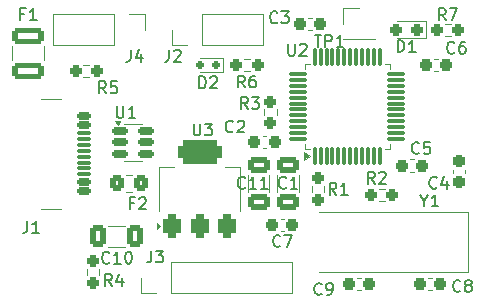
<source format=gto>
G04 #@! TF.GenerationSoftware,KiCad,Pcbnew,8.0.3-8.0.3-0~ubuntu22.04.1*
G04 #@! TF.CreationDate,2025-02-10T22:12:32+01:00*
G04 #@! TF.ProjectId,garland_controller,6761726c-616e-4645-9f63-6f6e74726f6c,0.1*
G04 #@! TF.SameCoordinates,Original*
G04 #@! TF.FileFunction,Legend,Top*
G04 #@! TF.FilePolarity,Positive*
%FSLAX46Y46*%
G04 Gerber Fmt 4.6, Leading zero omitted, Abs format (unit mm)*
G04 Created by KiCad (PCBNEW 8.0.3-8.0.3-0~ubuntu22.04.1) date 2025-02-10 22:12:32*
%MOMM*%
%LPD*%
G01*
G04 APERTURE LIST*
G04 Aperture macros list*
%AMRoundRect*
0 Rectangle with rounded corners*
0 $1 Rounding radius*
0 $2 $3 $4 $5 $6 $7 $8 $9 X,Y pos of 4 corners*
0 Add a 4 corners polygon primitive as box body*
4,1,4,$2,$3,$4,$5,$6,$7,$8,$9,$2,$3,0*
0 Add four circle primitives for the rounded corners*
1,1,$1+$1,$2,$3*
1,1,$1+$1,$4,$5*
1,1,$1+$1,$6,$7*
1,1,$1+$1,$8,$9*
0 Add four rect primitives between the rounded corners*
20,1,$1+$1,$2,$3,$4,$5,0*
20,1,$1+$1,$4,$5,$6,$7,0*
20,1,$1+$1,$6,$7,$8,$9,0*
20,1,$1+$1,$8,$9,$2,$3,0*%
G04 Aperture macros list end*
%ADD10C,0.150000*%
%ADD11C,0.120000*%
%ADD12RoundRect,0.237500X0.237500X-0.250000X0.237500X0.250000X-0.237500X0.250000X-0.237500X-0.250000X0*%
%ADD13R,1.700000X1.700000*%
%ADD14O,1.700000X1.700000*%
%ADD15RoundRect,0.237500X0.287500X0.237500X-0.287500X0.237500X-0.287500X-0.237500X0.287500X-0.237500X0*%
%ADD16RoundRect,0.237500X-0.300000X-0.237500X0.300000X-0.237500X0.300000X0.237500X-0.300000X0.237500X0*%
%ADD17RoundRect,0.250000X-0.650000X0.412500X-0.650000X-0.412500X0.650000X-0.412500X0.650000X0.412500X0*%
%ADD18C,2.100000*%
%ADD19RoundRect,0.250001X1.074999X-0.462499X1.074999X0.462499X-1.074999X0.462499X-1.074999X-0.462499X0*%
%ADD20RoundRect,0.237500X0.250000X0.237500X-0.250000X0.237500X-0.250000X-0.237500X0.250000X-0.237500X0*%
%ADD21RoundRect,0.237500X0.300000X0.237500X-0.300000X0.237500X-0.300000X-0.237500X0.300000X-0.237500X0*%
%ADD22RoundRect,0.150000X-0.512500X-0.150000X0.512500X-0.150000X0.512500X0.150000X-0.512500X0.150000X0*%
%ADD23RoundRect,0.237500X-0.250000X-0.237500X0.250000X-0.237500X0.250000X0.237500X-0.250000X0.237500X0*%
%ADD24RoundRect,0.237500X-0.237500X0.250000X-0.237500X-0.250000X0.237500X-0.250000X0.237500X0.250000X0*%
%ADD25RoundRect,0.375000X0.375000X-0.625000X0.375000X0.625000X-0.375000X0.625000X-0.375000X-0.625000X0*%
%ADD26RoundRect,0.500000X1.400000X-0.500000X1.400000X0.500000X-1.400000X0.500000X-1.400000X-0.500000X0*%
%ADD27RoundRect,0.237500X0.237500X-0.300000X0.237500X0.300000X-0.237500X0.300000X-0.237500X-0.300000X0*%
%ADD28RoundRect,0.075000X0.075000X-0.662500X0.075000X0.662500X-0.075000X0.662500X-0.075000X-0.662500X0*%
%ADD29RoundRect,0.075000X0.662500X-0.075000X0.662500X0.075000X-0.662500X0.075000X-0.662500X-0.075000X0*%
%ADD30RoundRect,0.250000X0.412500X0.650000X-0.412500X0.650000X-0.412500X-0.650000X0.412500X-0.650000X0*%
%ADD31C,0.650000*%
%ADD32RoundRect,0.150000X-0.425000X0.150000X-0.425000X-0.150000X0.425000X-0.150000X0.425000X0.150000X0*%
%ADD33RoundRect,0.075000X-0.500000X0.075000X-0.500000X-0.075000X0.500000X-0.075000X0.500000X0.075000X0*%
%ADD34O,2.100000X1.000000*%
%ADD35O,1.800000X1.000000*%
%ADD36R,4.500000X2.000000*%
%ADD37RoundRect,0.250000X-0.325000X-0.450000X0.325000X-0.450000X0.325000X0.450000X-0.325000X0.450000X0*%
%ADD38RoundRect,0.150000X-0.150000X-0.200000X0.150000X-0.200000X0.150000X0.200000X-0.150000X0.200000X0*%
G04 APERTURE END LIST*
D10*
X120583333Y-63704819D02*
X120250000Y-63228628D01*
X120011905Y-63704819D02*
X120011905Y-62704819D01*
X120011905Y-62704819D02*
X120392857Y-62704819D01*
X120392857Y-62704819D02*
X120488095Y-62752438D01*
X120488095Y-62752438D02*
X120535714Y-62800057D01*
X120535714Y-62800057D02*
X120583333Y-62895295D01*
X120583333Y-62895295D02*
X120583333Y-63038152D01*
X120583333Y-63038152D02*
X120535714Y-63133390D01*
X120535714Y-63133390D02*
X120488095Y-63181009D01*
X120488095Y-63181009D02*
X120392857Y-63228628D01*
X120392857Y-63228628D02*
X120011905Y-63228628D01*
X120916667Y-62704819D02*
X121535714Y-62704819D01*
X121535714Y-62704819D02*
X121202381Y-63085771D01*
X121202381Y-63085771D02*
X121345238Y-63085771D01*
X121345238Y-63085771D02*
X121440476Y-63133390D01*
X121440476Y-63133390D02*
X121488095Y-63181009D01*
X121488095Y-63181009D02*
X121535714Y-63276247D01*
X121535714Y-63276247D02*
X121535714Y-63514342D01*
X121535714Y-63514342D02*
X121488095Y-63609580D01*
X121488095Y-63609580D02*
X121440476Y-63657200D01*
X121440476Y-63657200D02*
X121345238Y-63704819D01*
X121345238Y-63704819D02*
X121059524Y-63704819D01*
X121059524Y-63704819D02*
X120964286Y-63657200D01*
X120964286Y-63657200D02*
X120916667Y-63609580D01*
X110666666Y-58704819D02*
X110666666Y-59419104D01*
X110666666Y-59419104D02*
X110619047Y-59561961D01*
X110619047Y-59561961D02*
X110523809Y-59657200D01*
X110523809Y-59657200D02*
X110380952Y-59704819D01*
X110380952Y-59704819D02*
X110285714Y-59704819D01*
X111571428Y-59038152D02*
X111571428Y-59704819D01*
X111333333Y-58657200D02*
X111095238Y-59371485D01*
X111095238Y-59371485D02*
X111714285Y-59371485D01*
X112416666Y-75704819D02*
X112416666Y-76419104D01*
X112416666Y-76419104D02*
X112369047Y-76561961D01*
X112369047Y-76561961D02*
X112273809Y-76657200D01*
X112273809Y-76657200D02*
X112130952Y-76704819D01*
X112130952Y-76704819D02*
X112035714Y-76704819D01*
X112797619Y-75704819D02*
X113416666Y-75704819D01*
X113416666Y-75704819D02*
X113083333Y-76085771D01*
X113083333Y-76085771D02*
X113226190Y-76085771D01*
X113226190Y-76085771D02*
X113321428Y-76133390D01*
X113321428Y-76133390D02*
X113369047Y-76181009D01*
X113369047Y-76181009D02*
X113416666Y-76276247D01*
X113416666Y-76276247D02*
X113416666Y-76514342D01*
X113416666Y-76514342D02*
X113369047Y-76609580D01*
X113369047Y-76609580D02*
X113321428Y-76657200D01*
X113321428Y-76657200D02*
X113226190Y-76704819D01*
X113226190Y-76704819D02*
X112940476Y-76704819D01*
X112940476Y-76704819D02*
X112845238Y-76657200D01*
X112845238Y-76657200D02*
X112797619Y-76609580D01*
X113916666Y-58704819D02*
X113916666Y-59419104D01*
X113916666Y-59419104D02*
X113869047Y-59561961D01*
X113869047Y-59561961D02*
X113773809Y-59657200D01*
X113773809Y-59657200D02*
X113630952Y-59704819D01*
X113630952Y-59704819D02*
X113535714Y-59704819D01*
X114345238Y-58800057D02*
X114392857Y-58752438D01*
X114392857Y-58752438D02*
X114488095Y-58704819D01*
X114488095Y-58704819D02*
X114726190Y-58704819D01*
X114726190Y-58704819D02*
X114821428Y-58752438D01*
X114821428Y-58752438D02*
X114869047Y-58800057D01*
X114869047Y-58800057D02*
X114916666Y-58895295D01*
X114916666Y-58895295D02*
X114916666Y-58990533D01*
X114916666Y-58990533D02*
X114869047Y-59133390D01*
X114869047Y-59133390D02*
X114297619Y-59704819D01*
X114297619Y-59704819D02*
X114916666Y-59704819D01*
X133261905Y-58884819D02*
X133261905Y-57884819D01*
X133261905Y-57884819D02*
X133500000Y-57884819D01*
X133500000Y-57884819D02*
X133642857Y-57932438D01*
X133642857Y-57932438D02*
X133738095Y-58027676D01*
X133738095Y-58027676D02*
X133785714Y-58122914D01*
X133785714Y-58122914D02*
X133833333Y-58313390D01*
X133833333Y-58313390D02*
X133833333Y-58456247D01*
X133833333Y-58456247D02*
X133785714Y-58646723D01*
X133785714Y-58646723D02*
X133738095Y-58741961D01*
X133738095Y-58741961D02*
X133642857Y-58837200D01*
X133642857Y-58837200D02*
X133500000Y-58884819D01*
X133500000Y-58884819D02*
X133261905Y-58884819D01*
X134785714Y-58884819D02*
X134214286Y-58884819D01*
X134500000Y-58884819D02*
X134500000Y-57884819D01*
X134500000Y-57884819D02*
X134404762Y-58027676D01*
X134404762Y-58027676D02*
X134309524Y-58122914D01*
X134309524Y-58122914D02*
X134214286Y-58170533D01*
X123083333Y-56359580D02*
X123035714Y-56407200D01*
X123035714Y-56407200D02*
X122892857Y-56454819D01*
X122892857Y-56454819D02*
X122797619Y-56454819D01*
X122797619Y-56454819D02*
X122654762Y-56407200D01*
X122654762Y-56407200D02*
X122559524Y-56311961D01*
X122559524Y-56311961D02*
X122511905Y-56216723D01*
X122511905Y-56216723D02*
X122464286Y-56026247D01*
X122464286Y-56026247D02*
X122464286Y-55883390D01*
X122464286Y-55883390D02*
X122511905Y-55692914D01*
X122511905Y-55692914D02*
X122559524Y-55597676D01*
X122559524Y-55597676D02*
X122654762Y-55502438D01*
X122654762Y-55502438D02*
X122797619Y-55454819D01*
X122797619Y-55454819D02*
X122892857Y-55454819D01*
X122892857Y-55454819D02*
X123035714Y-55502438D01*
X123035714Y-55502438D02*
X123083333Y-55550057D01*
X123416667Y-55454819D02*
X124035714Y-55454819D01*
X124035714Y-55454819D02*
X123702381Y-55835771D01*
X123702381Y-55835771D02*
X123845238Y-55835771D01*
X123845238Y-55835771D02*
X123940476Y-55883390D01*
X123940476Y-55883390D02*
X123988095Y-55931009D01*
X123988095Y-55931009D02*
X124035714Y-56026247D01*
X124035714Y-56026247D02*
X124035714Y-56264342D01*
X124035714Y-56264342D02*
X123988095Y-56359580D01*
X123988095Y-56359580D02*
X123940476Y-56407200D01*
X123940476Y-56407200D02*
X123845238Y-56454819D01*
X123845238Y-56454819D02*
X123559524Y-56454819D01*
X123559524Y-56454819D02*
X123464286Y-56407200D01*
X123464286Y-56407200D02*
X123416667Y-56359580D01*
X123833333Y-70359580D02*
X123785714Y-70407200D01*
X123785714Y-70407200D02*
X123642857Y-70454819D01*
X123642857Y-70454819D02*
X123547619Y-70454819D01*
X123547619Y-70454819D02*
X123404762Y-70407200D01*
X123404762Y-70407200D02*
X123309524Y-70311961D01*
X123309524Y-70311961D02*
X123261905Y-70216723D01*
X123261905Y-70216723D02*
X123214286Y-70026247D01*
X123214286Y-70026247D02*
X123214286Y-69883390D01*
X123214286Y-69883390D02*
X123261905Y-69692914D01*
X123261905Y-69692914D02*
X123309524Y-69597676D01*
X123309524Y-69597676D02*
X123404762Y-69502438D01*
X123404762Y-69502438D02*
X123547619Y-69454819D01*
X123547619Y-69454819D02*
X123642857Y-69454819D01*
X123642857Y-69454819D02*
X123785714Y-69502438D01*
X123785714Y-69502438D02*
X123833333Y-69550057D01*
X124785714Y-70454819D02*
X124214286Y-70454819D01*
X124500000Y-70454819D02*
X124500000Y-69454819D01*
X124500000Y-69454819D02*
X124404762Y-69597676D01*
X124404762Y-69597676D02*
X124309524Y-69692914D01*
X124309524Y-69692914D02*
X124214286Y-69740533D01*
X101666666Y-55681009D02*
X101333333Y-55681009D01*
X101333333Y-56204819D02*
X101333333Y-55204819D01*
X101333333Y-55204819D02*
X101809523Y-55204819D01*
X102714285Y-56204819D02*
X102142857Y-56204819D01*
X102428571Y-56204819D02*
X102428571Y-55204819D01*
X102428571Y-55204819D02*
X102333333Y-55347676D01*
X102333333Y-55347676D02*
X102238095Y-55442914D01*
X102238095Y-55442914D02*
X102142857Y-55490533D01*
X108583333Y-62384819D02*
X108250000Y-61908628D01*
X108011905Y-62384819D02*
X108011905Y-61384819D01*
X108011905Y-61384819D02*
X108392857Y-61384819D01*
X108392857Y-61384819D02*
X108488095Y-61432438D01*
X108488095Y-61432438D02*
X108535714Y-61480057D01*
X108535714Y-61480057D02*
X108583333Y-61575295D01*
X108583333Y-61575295D02*
X108583333Y-61718152D01*
X108583333Y-61718152D02*
X108535714Y-61813390D01*
X108535714Y-61813390D02*
X108488095Y-61861009D01*
X108488095Y-61861009D02*
X108392857Y-61908628D01*
X108392857Y-61908628D02*
X108011905Y-61908628D01*
X109488095Y-61384819D02*
X109011905Y-61384819D01*
X109011905Y-61384819D02*
X108964286Y-61861009D01*
X108964286Y-61861009D02*
X109011905Y-61813390D01*
X109011905Y-61813390D02*
X109107143Y-61765771D01*
X109107143Y-61765771D02*
X109345238Y-61765771D01*
X109345238Y-61765771D02*
X109440476Y-61813390D01*
X109440476Y-61813390D02*
X109488095Y-61861009D01*
X109488095Y-61861009D02*
X109535714Y-61956247D01*
X109535714Y-61956247D02*
X109535714Y-62194342D01*
X109535714Y-62194342D02*
X109488095Y-62289580D01*
X109488095Y-62289580D02*
X109440476Y-62337200D01*
X109440476Y-62337200D02*
X109345238Y-62384819D01*
X109345238Y-62384819D02*
X109107143Y-62384819D01*
X109107143Y-62384819D02*
X109011905Y-62337200D01*
X109011905Y-62337200D02*
X108964286Y-62289580D01*
X138583333Y-79109580D02*
X138535714Y-79157200D01*
X138535714Y-79157200D02*
X138392857Y-79204819D01*
X138392857Y-79204819D02*
X138297619Y-79204819D01*
X138297619Y-79204819D02*
X138154762Y-79157200D01*
X138154762Y-79157200D02*
X138059524Y-79061961D01*
X138059524Y-79061961D02*
X138011905Y-78966723D01*
X138011905Y-78966723D02*
X137964286Y-78776247D01*
X137964286Y-78776247D02*
X137964286Y-78633390D01*
X137964286Y-78633390D02*
X138011905Y-78442914D01*
X138011905Y-78442914D02*
X138059524Y-78347676D01*
X138059524Y-78347676D02*
X138154762Y-78252438D01*
X138154762Y-78252438D02*
X138297619Y-78204819D01*
X138297619Y-78204819D02*
X138392857Y-78204819D01*
X138392857Y-78204819D02*
X138535714Y-78252438D01*
X138535714Y-78252438D02*
X138583333Y-78300057D01*
X139154762Y-78633390D02*
X139059524Y-78585771D01*
X139059524Y-78585771D02*
X139011905Y-78538152D01*
X139011905Y-78538152D02*
X138964286Y-78442914D01*
X138964286Y-78442914D02*
X138964286Y-78395295D01*
X138964286Y-78395295D02*
X139011905Y-78300057D01*
X139011905Y-78300057D02*
X139059524Y-78252438D01*
X139059524Y-78252438D02*
X139154762Y-78204819D01*
X139154762Y-78204819D02*
X139345238Y-78204819D01*
X139345238Y-78204819D02*
X139440476Y-78252438D01*
X139440476Y-78252438D02*
X139488095Y-78300057D01*
X139488095Y-78300057D02*
X139535714Y-78395295D01*
X139535714Y-78395295D02*
X139535714Y-78442914D01*
X139535714Y-78442914D02*
X139488095Y-78538152D01*
X139488095Y-78538152D02*
X139440476Y-78585771D01*
X139440476Y-78585771D02*
X139345238Y-78633390D01*
X139345238Y-78633390D02*
X139154762Y-78633390D01*
X139154762Y-78633390D02*
X139059524Y-78681009D01*
X139059524Y-78681009D02*
X139011905Y-78728628D01*
X139011905Y-78728628D02*
X138964286Y-78823866D01*
X138964286Y-78823866D02*
X138964286Y-79014342D01*
X138964286Y-79014342D02*
X139011905Y-79109580D01*
X139011905Y-79109580D02*
X139059524Y-79157200D01*
X139059524Y-79157200D02*
X139154762Y-79204819D01*
X139154762Y-79204819D02*
X139345238Y-79204819D01*
X139345238Y-79204819D02*
X139440476Y-79157200D01*
X139440476Y-79157200D02*
X139488095Y-79109580D01*
X139488095Y-79109580D02*
X139535714Y-79014342D01*
X139535714Y-79014342D02*
X139535714Y-78823866D01*
X139535714Y-78823866D02*
X139488095Y-78728628D01*
X139488095Y-78728628D02*
X139440476Y-78681009D01*
X139440476Y-78681009D02*
X139345238Y-78633390D01*
X109488095Y-63454819D02*
X109488095Y-64264342D01*
X109488095Y-64264342D02*
X109535714Y-64359580D01*
X109535714Y-64359580D02*
X109583333Y-64407200D01*
X109583333Y-64407200D02*
X109678571Y-64454819D01*
X109678571Y-64454819D02*
X109869047Y-64454819D01*
X109869047Y-64454819D02*
X109964285Y-64407200D01*
X109964285Y-64407200D02*
X110011904Y-64359580D01*
X110011904Y-64359580D02*
X110059523Y-64264342D01*
X110059523Y-64264342D02*
X110059523Y-63454819D01*
X111059523Y-64454819D02*
X110488095Y-64454819D01*
X110773809Y-64454819D02*
X110773809Y-63454819D01*
X110773809Y-63454819D02*
X110678571Y-63597676D01*
X110678571Y-63597676D02*
X110583333Y-63692914D01*
X110583333Y-63692914D02*
X110488095Y-63740533D01*
X131333333Y-70024819D02*
X131000000Y-69548628D01*
X130761905Y-70024819D02*
X130761905Y-69024819D01*
X130761905Y-69024819D02*
X131142857Y-69024819D01*
X131142857Y-69024819D02*
X131238095Y-69072438D01*
X131238095Y-69072438D02*
X131285714Y-69120057D01*
X131285714Y-69120057D02*
X131333333Y-69215295D01*
X131333333Y-69215295D02*
X131333333Y-69358152D01*
X131333333Y-69358152D02*
X131285714Y-69453390D01*
X131285714Y-69453390D02*
X131238095Y-69501009D01*
X131238095Y-69501009D02*
X131142857Y-69548628D01*
X131142857Y-69548628D02*
X130761905Y-69548628D01*
X131714286Y-69120057D02*
X131761905Y-69072438D01*
X131761905Y-69072438D02*
X131857143Y-69024819D01*
X131857143Y-69024819D02*
X132095238Y-69024819D01*
X132095238Y-69024819D02*
X132190476Y-69072438D01*
X132190476Y-69072438D02*
X132238095Y-69120057D01*
X132238095Y-69120057D02*
X132285714Y-69215295D01*
X132285714Y-69215295D02*
X132285714Y-69310533D01*
X132285714Y-69310533D02*
X132238095Y-69453390D01*
X132238095Y-69453390D02*
X131666667Y-70024819D01*
X131666667Y-70024819D02*
X132285714Y-70024819D01*
X128083333Y-70954819D02*
X127750000Y-70478628D01*
X127511905Y-70954819D02*
X127511905Y-69954819D01*
X127511905Y-69954819D02*
X127892857Y-69954819D01*
X127892857Y-69954819D02*
X127988095Y-70002438D01*
X127988095Y-70002438D02*
X128035714Y-70050057D01*
X128035714Y-70050057D02*
X128083333Y-70145295D01*
X128083333Y-70145295D02*
X128083333Y-70288152D01*
X128083333Y-70288152D02*
X128035714Y-70383390D01*
X128035714Y-70383390D02*
X127988095Y-70431009D01*
X127988095Y-70431009D02*
X127892857Y-70478628D01*
X127892857Y-70478628D02*
X127511905Y-70478628D01*
X129035714Y-70954819D02*
X128464286Y-70954819D01*
X128750000Y-70954819D02*
X128750000Y-69954819D01*
X128750000Y-69954819D02*
X128654762Y-70097676D01*
X128654762Y-70097676D02*
X128559524Y-70192914D01*
X128559524Y-70192914D02*
X128464286Y-70240533D01*
X126833333Y-79359580D02*
X126785714Y-79407200D01*
X126785714Y-79407200D02*
X126642857Y-79454819D01*
X126642857Y-79454819D02*
X126547619Y-79454819D01*
X126547619Y-79454819D02*
X126404762Y-79407200D01*
X126404762Y-79407200D02*
X126309524Y-79311961D01*
X126309524Y-79311961D02*
X126261905Y-79216723D01*
X126261905Y-79216723D02*
X126214286Y-79026247D01*
X126214286Y-79026247D02*
X126214286Y-78883390D01*
X126214286Y-78883390D02*
X126261905Y-78692914D01*
X126261905Y-78692914D02*
X126309524Y-78597676D01*
X126309524Y-78597676D02*
X126404762Y-78502438D01*
X126404762Y-78502438D02*
X126547619Y-78454819D01*
X126547619Y-78454819D02*
X126642857Y-78454819D01*
X126642857Y-78454819D02*
X126785714Y-78502438D01*
X126785714Y-78502438D02*
X126833333Y-78550057D01*
X127309524Y-79454819D02*
X127500000Y-79454819D01*
X127500000Y-79454819D02*
X127595238Y-79407200D01*
X127595238Y-79407200D02*
X127642857Y-79359580D01*
X127642857Y-79359580D02*
X127738095Y-79216723D01*
X127738095Y-79216723D02*
X127785714Y-79026247D01*
X127785714Y-79026247D02*
X127785714Y-78645295D01*
X127785714Y-78645295D02*
X127738095Y-78550057D01*
X127738095Y-78550057D02*
X127690476Y-78502438D01*
X127690476Y-78502438D02*
X127595238Y-78454819D01*
X127595238Y-78454819D02*
X127404762Y-78454819D01*
X127404762Y-78454819D02*
X127309524Y-78502438D01*
X127309524Y-78502438D02*
X127261905Y-78550057D01*
X127261905Y-78550057D02*
X127214286Y-78645295D01*
X127214286Y-78645295D02*
X127214286Y-78883390D01*
X127214286Y-78883390D02*
X127261905Y-78978628D01*
X127261905Y-78978628D02*
X127309524Y-79026247D01*
X127309524Y-79026247D02*
X127404762Y-79073866D01*
X127404762Y-79073866D02*
X127595238Y-79073866D01*
X127595238Y-79073866D02*
X127690476Y-79026247D01*
X127690476Y-79026247D02*
X127738095Y-78978628D01*
X127738095Y-78978628D02*
X127785714Y-78883390D01*
X119333333Y-65609580D02*
X119285714Y-65657200D01*
X119285714Y-65657200D02*
X119142857Y-65704819D01*
X119142857Y-65704819D02*
X119047619Y-65704819D01*
X119047619Y-65704819D02*
X118904762Y-65657200D01*
X118904762Y-65657200D02*
X118809524Y-65561961D01*
X118809524Y-65561961D02*
X118761905Y-65466723D01*
X118761905Y-65466723D02*
X118714286Y-65276247D01*
X118714286Y-65276247D02*
X118714286Y-65133390D01*
X118714286Y-65133390D02*
X118761905Y-64942914D01*
X118761905Y-64942914D02*
X118809524Y-64847676D01*
X118809524Y-64847676D02*
X118904762Y-64752438D01*
X118904762Y-64752438D02*
X119047619Y-64704819D01*
X119047619Y-64704819D02*
X119142857Y-64704819D01*
X119142857Y-64704819D02*
X119285714Y-64752438D01*
X119285714Y-64752438D02*
X119333333Y-64800057D01*
X119714286Y-64800057D02*
X119761905Y-64752438D01*
X119761905Y-64752438D02*
X119857143Y-64704819D01*
X119857143Y-64704819D02*
X120095238Y-64704819D01*
X120095238Y-64704819D02*
X120190476Y-64752438D01*
X120190476Y-64752438D02*
X120238095Y-64800057D01*
X120238095Y-64800057D02*
X120285714Y-64895295D01*
X120285714Y-64895295D02*
X120285714Y-64990533D01*
X120285714Y-64990533D02*
X120238095Y-65133390D01*
X120238095Y-65133390D02*
X119666667Y-65704819D01*
X119666667Y-65704819D02*
X120285714Y-65704819D01*
X123333333Y-75289580D02*
X123285714Y-75337200D01*
X123285714Y-75337200D02*
X123142857Y-75384819D01*
X123142857Y-75384819D02*
X123047619Y-75384819D01*
X123047619Y-75384819D02*
X122904762Y-75337200D01*
X122904762Y-75337200D02*
X122809524Y-75241961D01*
X122809524Y-75241961D02*
X122761905Y-75146723D01*
X122761905Y-75146723D02*
X122714286Y-74956247D01*
X122714286Y-74956247D02*
X122714286Y-74813390D01*
X122714286Y-74813390D02*
X122761905Y-74622914D01*
X122761905Y-74622914D02*
X122809524Y-74527676D01*
X122809524Y-74527676D02*
X122904762Y-74432438D01*
X122904762Y-74432438D02*
X123047619Y-74384819D01*
X123047619Y-74384819D02*
X123142857Y-74384819D01*
X123142857Y-74384819D02*
X123285714Y-74432438D01*
X123285714Y-74432438D02*
X123333333Y-74480057D01*
X123666667Y-74384819D02*
X124333333Y-74384819D01*
X124333333Y-74384819D02*
X123904762Y-75384819D01*
X138083333Y-58929580D02*
X138035714Y-58977200D01*
X138035714Y-58977200D02*
X137892857Y-59024819D01*
X137892857Y-59024819D02*
X137797619Y-59024819D01*
X137797619Y-59024819D02*
X137654762Y-58977200D01*
X137654762Y-58977200D02*
X137559524Y-58881961D01*
X137559524Y-58881961D02*
X137511905Y-58786723D01*
X137511905Y-58786723D02*
X137464286Y-58596247D01*
X137464286Y-58596247D02*
X137464286Y-58453390D01*
X137464286Y-58453390D02*
X137511905Y-58262914D01*
X137511905Y-58262914D02*
X137559524Y-58167676D01*
X137559524Y-58167676D02*
X137654762Y-58072438D01*
X137654762Y-58072438D02*
X137797619Y-58024819D01*
X137797619Y-58024819D02*
X137892857Y-58024819D01*
X137892857Y-58024819D02*
X138035714Y-58072438D01*
X138035714Y-58072438D02*
X138083333Y-58120057D01*
X138940476Y-58024819D02*
X138750000Y-58024819D01*
X138750000Y-58024819D02*
X138654762Y-58072438D01*
X138654762Y-58072438D02*
X138607143Y-58120057D01*
X138607143Y-58120057D02*
X138511905Y-58262914D01*
X138511905Y-58262914D02*
X138464286Y-58453390D01*
X138464286Y-58453390D02*
X138464286Y-58834342D01*
X138464286Y-58834342D02*
X138511905Y-58929580D01*
X138511905Y-58929580D02*
X138559524Y-58977200D01*
X138559524Y-58977200D02*
X138654762Y-59024819D01*
X138654762Y-59024819D02*
X138845238Y-59024819D01*
X138845238Y-59024819D02*
X138940476Y-58977200D01*
X138940476Y-58977200D02*
X138988095Y-58929580D01*
X138988095Y-58929580D02*
X139035714Y-58834342D01*
X139035714Y-58834342D02*
X139035714Y-58596247D01*
X139035714Y-58596247D02*
X138988095Y-58501009D01*
X138988095Y-58501009D02*
X138940476Y-58453390D01*
X138940476Y-58453390D02*
X138845238Y-58405771D01*
X138845238Y-58405771D02*
X138654762Y-58405771D01*
X138654762Y-58405771D02*
X138559524Y-58453390D01*
X138559524Y-58453390D02*
X138511905Y-58501009D01*
X138511905Y-58501009D02*
X138464286Y-58596247D01*
X109083333Y-78704819D02*
X108750000Y-78228628D01*
X108511905Y-78704819D02*
X108511905Y-77704819D01*
X108511905Y-77704819D02*
X108892857Y-77704819D01*
X108892857Y-77704819D02*
X108988095Y-77752438D01*
X108988095Y-77752438D02*
X109035714Y-77800057D01*
X109035714Y-77800057D02*
X109083333Y-77895295D01*
X109083333Y-77895295D02*
X109083333Y-78038152D01*
X109083333Y-78038152D02*
X109035714Y-78133390D01*
X109035714Y-78133390D02*
X108988095Y-78181009D01*
X108988095Y-78181009D02*
X108892857Y-78228628D01*
X108892857Y-78228628D02*
X108511905Y-78228628D01*
X109940476Y-78038152D02*
X109940476Y-78704819D01*
X109702381Y-77657200D02*
X109464286Y-78371485D01*
X109464286Y-78371485D02*
X110083333Y-78371485D01*
X115988095Y-64954819D02*
X115988095Y-65764342D01*
X115988095Y-65764342D02*
X116035714Y-65859580D01*
X116035714Y-65859580D02*
X116083333Y-65907200D01*
X116083333Y-65907200D02*
X116178571Y-65954819D01*
X116178571Y-65954819D02*
X116369047Y-65954819D01*
X116369047Y-65954819D02*
X116464285Y-65907200D01*
X116464285Y-65907200D02*
X116511904Y-65859580D01*
X116511904Y-65859580D02*
X116559523Y-65764342D01*
X116559523Y-65764342D02*
X116559523Y-64954819D01*
X116940476Y-64954819D02*
X117559523Y-64954819D01*
X117559523Y-64954819D02*
X117226190Y-65335771D01*
X117226190Y-65335771D02*
X117369047Y-65335771D01*
X117369047Y-65335771D02*
X117464285Y-65383390D01*
X117464285Y-65383390D02*
X117511904Y-65431009D01*
X117511904Y-65431009D02*
X117559523Y-65526247D01*
X117559523Y-65526247D02*
X117559523Y-65764342D01*
X117559523Y-65764342D02*
X117511904Y-65859580D01*
X117511904Y-65859580D02*
X117464285Y-65907200D01*
X117464285Y-65907200D02*
X117369047Y-65954819D01*
X117369047Y-65954819D02*
X117083333Y-65954819D01*
X117083333Y-65954819D02*
X116988095Y-65907200D01*
X116988095Y-65907200D02*
X116940476Y-65859580D01*
X136583333Y-70359580D02*
X136535714Y-70407200D01*
X136535714Y-70407200D02*
X136392857Y-70454819D01*
X136392857Y-70454819D02*
X136297619Y-70454819D01*
X136297619Y-70454819D02*
X136154762Y-70407200D01*
X136154762Y-70407200D02*
X136059524Y-70311961D01*
X136059524Y-70311961D02*
X136011905Y-70216723D01*
X136011905Y-70216723D02*
X135964286Y-70026247D01*
X135964286Y-70026247D02*
X135964286Y-69883390D01*
X135964286Y-69883390D02*
X136011905Y-69692914D01*
X136011905Y-69692914D02*
X136059524Y-69597676D01*
X136059524Y-69597676D02*
X136154762Y-69502438D01*
X136154762Y-69502438D02*
X136297619Y-69454819D01*
X136297619Y-69454819D02*
X136392857Y-69454819D01*
X136392857Y-69454819D02*
X136535714Y-69502438D01*
X136535714Y-69502438D02*
X136583333Y-69550057D01*
X137440476Y-69788152D02*
X137440476Y-70454819D01*
X137202381Y-69407200D02*
X136964286Y-70121485D01*
X136964286Y-70121485D02*
X137583333Y-70121485D01*
X123988095Y-58204819D02*
X123988095Y-59014342D01*
X123988095Y-59014342D02*
X124035714Y-59109580D01*
X124035714Y-59109580D02*
X124083333Y-59157200D01*
X124083333Y-59157200D02*
X124178571Y-59204819D01*
X124178571Y-59204819D02*
X124369047Y-59204819D01*
X124369047Y-59204819D02*
X124464285Y-59157200D01*
X124464285Y-59157200D02*
X124511904Y-59109580D01*
X124511904Y-59109580D02*
X124559523Y-59014342D01*
X124559523Y-59014342D02*
X124559523Y-58204819D01*
X124988095Y-58300057D02*
X125035714Y-58252438D01*
X125035714Y-58252438D02*
X125130952Y-58204819D01*
X125130952Y-58204819D02*
X125369047Y-58204819D01*
X125369047Y-58204819D02*
X125464285Y-58252438D01*
X125464285Y-58252438D02*
X125511904Y-58300057D01*
X125511904Y-58300057D02*
X125559523Y-58395295D01*
X125559523Y-58395295D02*
X125559523Y-58490533D01*
X125559523Y-58490533D02*
X125511904Y-58633390D01*
X125511904Y-58633390D02*
X124940476Y-59204819D01*
X124940476Y-59204819D02*
X125559523Y-59204819D01*
X108857142Y-76709580D02*
X108809523Y-76757200D01*
X108809523Y-76757200D02*
X108666666Y-76804819D01*
X108666666Y-76804819D02*
X108571428Y-76804819D01*
X108571428Y-76804819D02*
X108428571Y-76757200D01*
X108428571Y-76757200D02*
X108333333Y-76661961D01*
X108333333Y-76661961D02*
X108285714Y-76566723D01*
X108285714Y-76566723D02*
X108238095Y-76376247D01*
X108238095Y-76376247D02*
X108238095Y-76233390D01*
X108238095Y-76233390D02*
X108285714Y-76042914D01*
X108285714Y-76042914D02*
X108333333Y-75947676D01*
X108333333Y-75947676D02*
X108428571Y-75852438D01*
X108428571Y-75852438D02*
X108571428Y-75804819D01*
X108571428Y-75804819D02*
X108666666Y-75804819D01*
X108666666Y-75804819D02*
X108809523Y-75852438D01*
X108809523Y-75852438D02*
X108857142Y-75900057D01*
X109809523Y-76804819D02*
X109238095Y-76804819D01*
X109523809Y-76804819D02*
X109523809Y-75804819D01*
X109523809Y-75804819D02*
X109428571Y-75947676D01*
X109428571Y-75947676D02*
X109333333Y-76042914D01*
X109333333Y-76042914D02*
X109238095Y-76090533D01*
X110428571Y-75804819D02*
X110523809Y-75804819D01*
X110523809Y-75804819D02*
X110619047Y-75852438D01*
X110619047Y-75852438D02*
X110666666Y-75900057D01*
X110666666Y-75900057D02*
X110714285Y-75995295D01*
X110714285Y-75995295D02*
X110761904Y-76185771D01*
X110761904Y-76185771D02*
X110761904Y-76423866D01*
X110761904Y-76423866D02*
X110714285Y-76614342D01*
X110714285Y-76614342D02*
X110666666Y-76709580D01*
X110666666Y-76709580D02*
X110619047Y-76757200D01*
X110619047Y-76757200D02*
X110523809Y-76804819D01*
X110523809Y-76804819D02*
X110428571Y-76804819D01*
X110428571Y-76804819D02*
X110333333Y-76757200D01*
X110333333Y-76757200D02*
X110285714Y-76709580D01*
X110285714Y-76709580D02*
X110238095Y-76614342D01*
X110238095Y-76614342D02*
X110190476Y-76423866D01*
X110190476Y-76423866D02*
X110190476Y-76185771D01*
X110190476Y-76185771D02*
X110238095Y-75995295D01*
X110238095Y-75995295D02*
X110285714Y-75900057D01*
X110285714Y-75900057D02*
X110333333Y-75852438D01*
X110333333Y-75852438D02*
X110428571Y-75804819D01*
X101916666Y-73204819D02*
X101916666Y-73919104D01*
X101916666Y-73919104D02*
X101869047Y-74061961D01*
X101869047Y-74061961D02*
X101773809Y-74157200D01*
X101773809Y-74157200D02*
X101630952Y-74204819D01*
X101630952Y-74204819D02*
X101535714Y-74204819D01*
X102916666Y-74204819D02*
X102345238Y-74204819D01*
X102630952Y-74204819D02*
X102630952Y-73204819D01*
X102630952Y-73204819D02*
X102535714Y-73347676D01*
X102535714Y-73347676D02*
X102440476Y-73442914D01*
X102440476Y-73442914D02*
X102345238Y-73490533D01*
X137333333Y-56204819D02*
X137000000Y-55728628D01*
X136761905Y-56204819D02*
X136761905Y-55204819D01*
X136761905Y-55204819D02*
X137142857Y-55204819D01*
X137142857Y-55204819D02*
X137238095Y-55252438D01*
X137238095Y-55252438D02*
X137285714Y-55300057D01*
X137285714Y-55300057D02*
X137333333Y-55395295D01*
X137333333Y-55395295D02*
X137333333Y-55538152D01*
X137333333Y-55538152D02*
X137285714Y-55633390D01*
X137285714Y-55633390D02*
X137238095Y-55681009D01*
X137238095Y-55681009D02*
X137142857Y-55728628D01*
X137142857Y-55728628D02*
X136761905Y-55728628D01*
X137666667Y-55204819D02*
X138333333Y-55204819D01*
X138333333Y-55204819D02*
X137904762Y-56204819D01*
X135083333Y-67429580D02*
X135035714Y-67477200D01*
X135035714Y-67477200D02*
X134892857Y-67524819D01*
X134892857Y-67524819D02*
X134797619Y-67524819D01*
X134797619Y-67524819D02*
X134654762Y-67477200D01*
X134654762Y-67477200D02*
X134559524Y-67381961D01*
X134559524Y-67381961D02*
X134511905Y-67286723D01*
X134511905Y-67286723D02*
X134464286Y-67096247D01*
X134464286Y-67096247D02*
X134464286Y-66953390D01*
X134464286Y-66953390D02*
X134511905Y-66762914D01*
X134511905Y-66762914D02*
X134559524Y-66667676D01*
X134559524Y-66667676D02*
X134654762Y-66572438D01*
X134654762Y-66572438D02*
X134797619Y-66524819D01*
X134797619Y-66524819D02*
X134892857Y-66524819D01*
X134892857Y-66524819D02*
X135035714Y-66572438D01*
X135035714Y-66572438D02*
X135083333Y-66620057D01*
X135988095Y-66524819D02*
X135511905Y-66524819D01*
X135511905Y-66524819D02*
X135464286Y-67001009D01*
X135464286Y-67001009D02*
X135511905Y-66953390D01*
X135511905Y-66953390D02*
X135607143Y-66905771D01*
X135607143Y-66905771D02*
X135845238Y-66905771D01*
X135845238Y-66905771D02*
X135940476Y-66953390D01*
X135940476Y-66953390D02*
X135988095Y-67001009D01*
X135988095Y-67001009D02*
X136035714Y-67096247D01*
X136035714Y-67096247D02*
X136035714Y-67334342D01*
X136035714Y-67334342D02*
X135988095Y-67429580D01*
X135988095Y-67429580D02*
X135940476Y-67477200D01*
X135940476Y-67477200D02*
X135845238Y-67524819D01*
X135845238Y-67524819D02*
X135607143Y-67524819D01*
X135607143Y-67524819D02*
X135511905Y-67477200D01*
X135511905Y-67477200D02*
X135464286Y-67429580D01*
X135523809Y-71478628D02*
X135523809Y-71954819D01*
X135190476Y-70954819D02*
X135523809Y-71478628D01*
X135523809Y-71478628D02*
X135857142Y-70954819D01*
X136714285Y-71954819D02*
X136142857Y-71954819D01*
X136428571Y-71954819D02*
X136428571Y-70954819D01*
X136428571Y-70954819D02*
X136333333Y-71097676D01*
X136333333Y-71097676D02*
X136238095Y-71192914D01*
X136238095Y-71192914D02*
X136142857Y-71240533D01*
X120357142Y-70359580D02*
X120309523Y-70407200D01*
X120309523Y-70407200D02*
X120166666Y-70454819D01*
X120166666Y-70454819D02*
X120071428Y-70454819D01*
X120071428Y-70454819D02*
X119928571Y-70407200D01*
X119928571Y-70407200D02*
X119833333Y-70311961D01*
X119833333Y-70311961D02*
X119785714Y-70216723D01*
X119785714Y-70216723D02*
X119738095Y-70026247D01*
X119738095Y-70026247D02*
X119738095Y-69883390D01*
X119738095Y-69883390D02*
X119785714Y-69692914D01*
X119785714Y-69692914D02*
X119833333Y-69597676D01*
X119833333Y-69597676D02*
X119928571Y-69502438D01*
X119928571Y-69502438D02*
X120071428Y-69454819D01*
X120071428Y-69454819D02*
X120166666Y-69454819D01*
X120166666Y-69454819D02*
X120309523Y-69502438D01*
X120309523Y-69502438D02*
X120357142Y-69550057D01*
X121309523Y-70454819D02*
X120738095Y-70454819D01*
X121023809Y-70454819D02*
X121023809Y-69454819D01*
X121023809Y-69454819D02*
X120928571Y-69597676D01*
X120928571Y-69597676D02*
X120833333Y-69692914D01*
X120833333Y-69692914D02*
X120738095Y-69740533D01*
X122261904Y-70454819D02*
X121690476Y-70454819D01*
X121976190Y-70454819D02*
X121976190Y-69454819D01*
X121976190Y-69454819D02*
X121880952Y-69597676D01*
X121880952Y-69597676D02*
X121785714Y-69692914D01*
X121785714Y-69692914D02*
X121690476Y-69740533D01*
X120333333Y-61884819D02*
X120000000Y-61408628D01*
X119761905Y-61884819D02*
X119761905Y-60884819D01*
X119761905Y-60884819D02*
X120142857Y-60884819D01*
X120142857Y-60884819D02*
X120238095Y-60932438D01*
X120238095Y-60932438D02*
X120285714Y-60980057D01*
X120285714Y-60980057D02*
X120333333Y-61075295D01*
X120333333Y-61075295D02*
X120333333Y-61218152D01*
X120333333Y-61218152D02*
X120285714Y-61313390D01*
X120285714Y-61313390D02*
X120238095Y-61361009D01*
X120238095Y-61361009D02*
X120142857Y-61408628D01*
X120142857Y-61408628D02*
X119761905Y-61408628D01*
X121190476Y-60884819D02*
X121000000Y-60884819D01*
X121000000Y-60884819D02*
X120904762Y-60932438D01*
X120904762Y-60932438D02*
X120857143Y-60980057D01*
X120857143Y-60980057D02*
X120761905Y-61122914D01*
X120761905Y-61122914D02*
X120714286Y-61313390D01*
X120714286Y-61313390D02*
X120714286Y-61694342D01*
X120714286Y-61694342D02*
X120761905Y-61789580D01*
X120761905Y-61789580D02*
X120809524Y-61837200D01*
X120809524Y-61837200D02*
X120904762Y-61884819D01*
X120904762Y-61884819D02*
X121095238Y-61884819D01*
X121095238Y-61884819D02*
X121190476Y-61837200D01*
X121190476Y-61837200D02*
X121238095Y-61789580D01*
X121238095Y-61789580D02*
X121285714Y-61694342D01*
X121285714Y-61694342D02*
X121285714Y-61456247D01*
X121285714Y-61456247D02*
X121238095Y-61361009D01*
X121238095Y-61361009D02*
X121190476Y-61313390D01*
X121190476Y-61313390D02*
X121095238Y-61265771D01*
X121095238Y-61265771D02*
X120904762Y-61265771D01*
X120904762Y-61265771D02*
X120809524Y-61313390D01*
X120809524Y-61313390D02*
X120761905Y-61361009D01*
X120761905Y-61361009D02*
X120714286Y-61456247D01*
X126238095Y-57454819D02*
X126809523Y-57454819D01*
X126523809Y-58454819D02*
X126523809Y-57454819D01*
X127142857Y-58454819D02*
X127142857Y-57454819D01*
X127142857Y-57454819D02*
X127523809Y-57454819D01*
X127523809Y-57454819D02*
X127619047Y-57502438D01*
X127619047Y-57502438D02*
X127666666Y-57550057D01*
X127666666Y-57550057D02*
X127714285Y-57645295D01*
X127714285Y-57645295D02*
X127714285Y-57788152D01*
X127714285Y-57788152D02*
X127666666Y-57883390D01*
X127666666Y-57883390D02*
X127619047Y-57931009D01*
X127619047Y-57931009D02*
X127523809Y-57978628D01*
X127523809Y-57978628D02*
X127142857Y-57978628D01*
X128666666Y-58454819D02*
X128095238Y-58454819D01*
X128380952Y-58454819D02*
X128380952Y-57454819D01*
X128380952Y-57454819D02*
X128285714Y-57597676D01*
X128285714Y-57597676D02*
X128190476Y-57692914D01*
X128190476Y-57692914D02*
X128095238Y-57740533D01*
X110916666Y-71681009D02*
X110583333Y-71681009D01*
X110583333Y-72204819D02*
X110583333Y-71204819D01*
X110583333Y-71204819D02*
X111059523Y-71204819D01*
X111392857Y-71300057D02*
X111440476Y-71252438D01*
X111440476Y-71252438D02*
X111535714Y-71204819D01*
X111535714Y-71204819D02*
X111773809Y-71204819D01*
X111773809Y-71204819D02*
X111869047Y-71252438D01*
X111869047Y-71252438D02*
X111916666Y-71300057D01*
X111916666Y-71300057D02*
X111964285Y-71395295D01*
X111964285Y-71395295D02*
X111964285Y-71490533D01*
X111964285Y-71490533D02*
X111916666Y-71633390D01*
X111916666Y-71633390D02*
X111345238Y-72204819D01*
X111345238Y-72204819D02*
X111964285Y-72204819D01*
X116461905Y-61954819D02*
X116461905Y-60954819D01*
X116461905Y-60954819D02*
X116700000Y-60954819D01*
X116700000Y-60954819D02*
X116842857Y-61002438D01*
X116842857Y-61002438D02*
X116938095Y-61097676D01*
X116938095Y-61097676D02*
X116985714Y-61192914D01*
X116985714Y-61192914D02*
X117033333Y-61383390D01*
X117033333Y-61383390D02*
X117033333Y-61526247D01*
X117033333Y-61526247D02*
X116985714Y-61716723D01*
X116985714Y-61716723D02*
X116938095Y-61811961D01*
X116938095Y-61811961D02*
X116842857Y-61907200D01*
X116842857Y-61907200D02*
X116700000Y-61954819D01*
X116700000Y-61954819D02*
X116461905Y-61954819D01*
X117414286Y-61050057D02*
X117461905Y-61002438D01*
X117461905Y-61002438D02*
X117557143Y-60954819D01*
X117557143Y-60954819D02*
X117795238Y-60954819D01*
X117795238Y-60954819D02*
X117890476Y-61002438D01*
X117890476Y-61002438D02*
X117938095Y-61050057D01*
X117938095Y-61050057D02*
X117985714Y-61145295D01*
X117985714Y-61145295D02*
X117985714Y-61240533D01*
X117985714Y-61240533D02*
X117938095Y-61383390D01*
X117938095Y-61383390D02*
X117366667Y-61954819D01*
X117366667Y-61954819D02*
X117985714Y-61954819D01*
D11*
X121977500Y-64254724D02*
X121977500Y-63745276D01*
X123022500Y-64254724D02*
X123022500Y-63745276D01*
X104130000Y-55670000D02*
X104130000Y-58330000D01*
X109270000Y-55670000D02*
X104130000Y-55670000D01*
X109270000Y-55670000D02*
X109270000Y-58330000D01*
X109270000Y-58330000D02*
X104130000Y-58330000D01*
X110540000Y-55670000D02*
X111870000Y-55670000D01*
X111870000Y-55670000D02*
X111870000Y-57000000D01*
X111510000Y-79330000D02*
X111510000Y-78000000D01*
X112840000Y-79330000D02*
X111510000Y-79330000D01*
X114110000Y-76670000D02*
X124330000Y-76670000D01*
X114110000Y-79330000D02*
X114110000Y-76670000D01*
X114110000Y-79330000D02*
X124330000Y-79330000D01*
X124330000Y-79330000D02*
X124330000Y-76670000D01*
X114130000Y-58330000D02*
X114130000Y-57000000D01*
X115460000Y-58330000D02*
X114130000Y-58330000D01*
X116730000Y-55670000D02*
X121870000Y-55670000D01*
X116730000Y-58330000D02*
X116730000Y-55670000D01*
X116730000Y-58330000D02*
X121870000Y-58330000D01*
X121870000Y-58330000D02*
X121870000Y-55670000D01*
X133200000Y-57735000D02*
X135660000Y-57735000D01*
X135660000Y-56265000D02*
X133200000Y-56265000D01*
X135660000Y-57735000D02*
X135660000Y-56265000D01*
X125716233Y-55990000D02*
X126008767Y-55990000D01*
X125716233Y-57010000D02*
X126008767Y-57010000D01*
X123090000Y-69288748D02*
X123090000Y-70711252D01*
X124910000Y-69288748D02*
X124910000Y-70711252D01*
X100640000Y-59602064D02*
X100640000Y-58397936D01*
X103360000Y-59602064D02*
X103360000Y-58397936D01*
X107167224Y-59977500D02*
X106657776Y-59977500D01*
X107167224Y-61022500D02*
X106657776Y-61022500D01*
X136146267Y-77990000D02*
X135853733Y-77990000D01*
X136146267Y-79010000D02*
X135853733Y-79010000D01*
X110862500Y-64990000D02*
X110062500Y-64990000D01*
X110862500Y-64990000D02*
X111662500Y-64990000D01*
X110862500Y-68110000D02*
X110062500Y-68110000D01*
X110862500Y-68110000D02*
X111662500Y-68110000D01*
X109562500Y-65040000D02*
X109322500Y-64710000D01*
X109802500Y-64710000D01*
X109562500Y-65040000D01*
G36*
X109562500Y-65040000D02*
G01*
X109322500Y-64710000D01*
X109802500Y-64710000D01*
X109562500Y-65040000D01*
G37*
X131657776Y-70477500D02*
X132167224Y-70477500D01*
X131657776Y-71522500D02*
X132167224Y-71522500D01*
X125977500Y-70245276D02*
X125977500Y-70754724D01*
X127022500Y-70245276D02*
X127022500Y-70754724D01*
X129853733Y-77990000D02*
X130146267Y-77990000D01*
X129853733Y-79010000D02*
X130146267Y-79010000D01*
X122146267Y-65990000D02*
X121853733Y-65990000D01*
X122146267Y-67010000D02*
X121853733Y-67010000D01*
X123646267Y-72990000D02*
X123353733Y-72990000D01*
X123646267Y-74010000D02*
X123353733Y-74010000D01*
X136353733Y-59490000D02*
X136646267Y-59490000D01*
X136353733Y-60510000D02*
X136646267Y-60510000D01*
X106977500Y-77245276D02*
X106977500Y-77754724D01*
X108022500Y-77245276D02*
X108022500Y-77754724D01*
X113090000Y-68590000D02*
X114350000Y-68590000D01*
X113090000Y-72350000D02*
X113090000Y-68590000D01*
X119910000Y-68590000D02*
X118650000Y-68590000D01*
X119910000Y-72350000D02*
X119910000Y-68590000D01*
X113190000Y-73630000D02*
X112860000Y-73870000D01*
X112860000Y-73390000D01*
X113190000Y-73630000D01*
G36*
X113190000Y-73630000D02*
G01*
X112860000Y-73870000D01*
X112860000Y-73390000D01*
X113190000Y-73630000D01*
G37*
X137990000Y-69146267D02*
X137990000Y-68853733D01*
X139010000Y-69146267D02*
X139010000Y-68853733D01*
X125390000Y-59890000D02*
X125840000Y-59890000D01*
X125390000Y-60340000D02*
X125390000Y-59890000D01*
X125390000Y-66660000D02*
X125390000Y-67110000D01*
X125390000Y-67110000D02*
X125840000Y-67110000D01*
X132610000Y-59890000D02*
X132160000Y-59890000D01*
X132610000Y-60340000D02*
X132610000Y-59890000D01*
X132610000Y-66660000D02*
X132610000Y-67110000D01*
X132610000Y-67110000D02*
X132160000Y-67110000D01*
X125840000Y-67700000D02*
X125370000Y-68040000D01*
X125370000Y-67360000D01*
X125840000Y-67700000D01*
G36*
X125840000Y-67700000D02*
G01*
X125370000Y-68040000D01*
X125370000Y-67360000D01*
X125840000Y-67700000D01*
G37*
X110211252Y-73590000D02*
X108788748Y-73590000D01*
X110211252Y-75410000D02*
X108788748Y-75410000D01*
X103100000Y-62830000D02*
X104800000Y-62830000D01*
X103100000Y-72170000D02*
X104800000Y-72170000D01*
X137245276Y-56477500D02*
X137754724Y-56477500D01*
X137245276Y-57522500D02*
X137754724Y-57522500D01*
X134353733Y-67990000D02*
X134646267Y-67990000D01*
X134353733Y-69010000D02*
X134646267Y-69010000D01*
X126600000Y-77550000D02*
X139200000Y-77550000D01*
X139200000Y-72450000D02*
X126600000Y-72450000D01*
X139200000Y-77550000D02*
X139200000Y-72450000D01*
X120590000Y-69288748D02*
X120590000Y-70711252D01*
X122410000Y-69288748D02*
X122410000Y-70711252D01*
X120754724Y-59477500D02*
X120245276Y-59477500D01*
X120754724Y-60522500D02*
X120245276Y-60522500D01*
X128670000Y-55170000D02*
X130000000Y-55170000D01*
X128670000Y-56500000D02*
X128670000Y-55170000D01*
X128670000Y-57770000D02*
X128670000Y-57830000D01*
X128670000Y-57770000D02*
X131330000Y-57770000D01*
X128670000Y-57830000D02*
X131330000Y-57830000D01*
X131330000Y-57770000D02*
X131330000Y-57830000D01*
X110238748Y-69290000D02*
X110761252Y-69290000D01*
X110238748Y-70710000D02*
X110761252Y-70710000D01*
X116500000Y-59400000D02*
X118460000Y-59400000D01*
X116500000Y-60600000D02*
X118460000Y-60600000D01*
X118460000Y-60600000D02*
X118460000Y-59400000D01*
%LPC*%
D12*
X122500000Y-64912500D03*
X122500000Y-63087500D03*
D13*
X110540000Y-57000000D03*
D14*
X108000000Y-57000000D03*
X105460000Y-57000000D03*
D13*
X112840000Y-78000000D03*
D14*
X115380000Y-78000000D03*
X117920000Y-78000000D03*
X120460000Y-78000000D03*
X123000000Y-78000000D03*
D13*
X115460000Y-57000000D03*
D14*
X118000000Y-57000000D03*
X120540000Y-57000000D03*
D15*
X134875000Y-57000000D03*
X133125000Y-57000000D03*
D16*
X125000000Y-56500000D03*
X126725000Y-56500000D03*
D17*
X124000000Y-68437500D03*
X124000000Y-71562500D03*
D18*
X113000000Y-62000000D03*
D19*
X102000000Y-60487500D03*
X102000000Y-57512500D03*
D20*
X107825000Y-60500000D03*
X106000000Y-60500000D03*
D21*
X136862500Y-78500000D03*
X135137500Y-78500000D03*
D22*
X109725000Y-65600000D03*
X109725000Y-66550000D03*
X109725000Y-67500000D03*
X112000000Y-67500000D03*
X112000000Y-66550000D03*
X112000000Y-65600000D03*
D23*
X131000000Y-71000000D03*
X132825000Y-71000000D03*
D24*
X126500000Y-69587500D03*
X126500000Y-71412500D03*
D16*
X129137500Y-78500000D03*
X130862500Y-78500000D03*
D21*
X122862500Y-66500000D03*
X121137500Y-66500000D03*
X124362500Y-73500000D03*
X122637500Y-73500000D03*
D16*
X135637500Y-60000000D03*
X137362500Y-60000000D03*
D24*
X107500000Y-76587500D03*
X107500000Y-78412500D03*
D25*
X114200000Y-73650000D03*
X116500000Y-73650000D03*
D26*
X116500000Y-67350000D03*
D25*
X118800000Y-73650000D03*
D27*
X138500000Y-69862500D03*
X138500000Y-68137500D03*
D28*
X126250000Y-67662500D03*
X126750000Y-67662500D03*
X127250000Y-67662500D03*
X127750000Y-67662500D03*
X128250000Y-67662500D03*
X128750000Y-67662500D03*
X129250000Y-67662500D03*
X129750000Y-67662500D03*
X130250000Y-67662500D03*
X130750000Y-67662500D03*
X131250000Y-67662500D03*
X131750000Y-67662500D03*
D29*
X133162500Y-66250000D03*
X133162500Y-65750000D03*
X133162500Y-65250000D03*
X133162500Y-64750000D03*
X133162500Y-64250000D03*
X133162500Y-63750000D03*
X133162500Y-63250000D03*
X133162500Y-62750000D03*
X133162500Y-62250000D03*
X133162500Y-61750000D03*
X133162500Y-61250000D03*
X133162500Y-60750000D03*
D28*
X131750000Y-59337500D03*
X131250000Y-59337500D03*
X130750000Y-59337500D03*
X130250000Y-59337500D03*
X129750000Y-59337500D03*
X129250000Y-59337500D03*
X128750000Y-59337500D03*
X128250000Y-59337500D03*
X127750000Y-59337500D03*
X127250000Y-59337500D03*
X126750000Y-59337500D03*
X126250000Y-59337500D03*
D29*
X124837500Y-60750000D03*
X124837500Y-61250000D03*
X124837500Y-61750000D03*
X124837500Y-62250000D03*
X124837500Y-62750000D03*
X124837500Y-63250000D03*
X124837500Y-63750000D03*
X124837500Y-64250000D03*
X124837500Y-64750000D03*
X124837500Y-65250000D03*
X124837500Y-65750000D03*
X124837500Y-66250000D03*
D30*
X111062500Y-74500000D03*
X107937500Y-74500000D03*
D31*
X105605000Y-64610000D03*
X105605000Y-70390000D03*
D32*
X106680000Y-64300000D03*
X106680000Y-65100000D03*
D33*
X106680000Y-66250000D03*
X106680000Y-67250000D03*
X106680000Y-67750000D03*
X106680000Y-68750000D03*
D32*
X106680000Y-69900000D03*
X106680000Y-70700000D03*
X106680000Y-70700000D03*
X106680000Y-69900000D03*
D33*
X106680000Y-69250000D03*
X106680000Y-68250000D03*
X106680000Y-66750000D03*
X106680000Y-65750000D03*
D32*
X106680000Y-65100000D03*
X106680000Y-64300000D03*
D34*
X106105000Y-63180000D03*
D35*
X101925000Y-63180000D03*
D34*
X106105000Y-71820000D03*
D35*
X101925000Y-71820000D03*
D23*
X136587500Y-57000000D03*
X138412500Y-57000000D03*
D16*
X133637500Y-68500000D03*
X135362500Y-68500000D03*
D36*
X136750000Y-75000000D03*
X128250000Y-75000000D03*
D17*
X121500000Y-68437500D03*
X121500000Y-71562500D03*
D20*
X121412500Y-60000000D03*
X119587500Y-60000000D03*
D18*
X137000000Y-64000000D03*
D13*
X130000000Y-56500000D03*
D37*
X109475000Y-70000000D03*
X111525000Y-70000000D03*
D18*
X104000000Y-77000000D03*
D38*
X117900000Y-60000000D03*
X116500000Y-60000000D03*
%LPD*%
M02*

</source>
